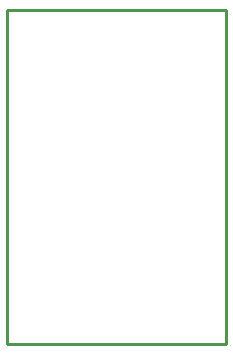
<source format=gko>
G04 Layer: BoardOutline*
G04 EasyEDA v5.9.42, Fri, 05 Apr 2019 14:57:40 GMT*
G04 4e9f10f097634dd6829a82e3e2597e5f*
G04 Gerber Generator version 0.2*
G04 Scale: 100 percent, Rotated: No, Reflected: No *
G04 Dimensions in inches *
G04 leading zeros omitted , absolute positions ,2 integer and 4 decimal *
%FSLAX24Y24*%
%MOIN*%
G90*
G70D02*

%ADD10C,0.010000*%
G54D10*
G01X550Y11150D02*
G01X7300Y11150D01*
G01X7300Y0D01*
G01X0Y0D01*
G01X0Y11150D01*
G01X550Y11150D01*

%LPD*%
M00*
M02*

</source>
